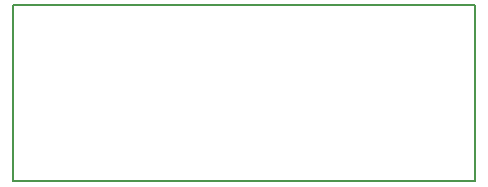
<source format=gbo>
G04 #@! TF.GenerationSoftware,KiCad,Pcbnew,(5.99.0-10200-gdf5f010514)*
G04 #@! TF.CreationDate,2021-04-24T18:33:29+03:00*
G04 #@! TF.ProjectId,hellen1-wbo,68656c6c-656e-4312-9d77-626f2e6b6963,rev?*
G04 #@! TF.SameCoordinates,PX4a19ba0PY5aa5910*
G04 #@! TF.FileFunction,Legend,Bot*
G04 #@! TF.FilePolarity,Positive*
%FSLAX46Y46*%
G04 Gerber Fmt 4.6, Leading zero omitted, Abs format (unit mm)*
G04 Created by KiCad (PCBNEW (5.99.0-10200-gdf5f010514)) date 2021-04-24 18:33:29*
%MOMM*%
%LPD*%
G01*
G04 APERTURE LIST*
%ADD10C,0.200000*%
G04 APERTURE END LIST*
D10*
G04 #@! TO.C,M600*
X39250000Y15000000D02*
X100000Y15000000D01*
X100000Y15000000D02*
X100000Y100000D01*
X100000Y100000D02*
X39250000Y100000D01*
X39250000Y100000D02*
X39250000Y15000000D01*
G04 #@! TD*
M02*

</source>
